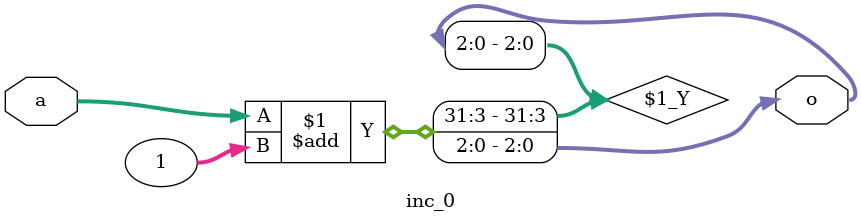
<source format=v>

module top(
	input clk,
	input button,
	output reg [2:0] leds = 0
);

wire [2:0] inc_0_o;

always @(posedge clk) begin
	if (button) begin
		leds <= 3'd7;
	end else begin
		leds <= inc_0_o;
	end
end

(* keep *) inc_0 inc_0(
	.a(leds),
	.o(inc_0_o)
);

endmodule

module inc_0(
	input [2:0] a,
	output [2:0] o
);

assign o = (a) + (1);

endmodule

</source>
